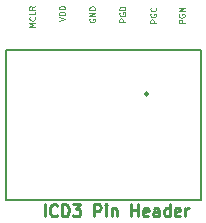
<source format=gto>
%TF.GenerationSoftware,KiCad,Pcbnew,4.0.7*%
%TF.CreationDate,2017-10-04T14:57:39+08:00*%
%TF.ProjectId,RJ12(PCB-maker),524A3132285043422D6D616B6572292E,rev?*%
%TF.FileFunction,Legend,Top*%
%FSLAX46Y46*%
G04 Gerber Fmt 4.6, Leading zero omitted, Abs format (unit mm)*
G04 Created by KiCad (PCBNEW 4.0.7) date 10/04/17 14:57:39*
%MOMM*%
%LPD*%
G01*
G04 APERTURE LIST*
%ADD10C,0.100000*%
%ADD11C,0.125000*%
%ADD12C,0.250000*%
%ADD13C,0.150000*%
G04 APERTURE END LIST*
D10*
D11*
X-18263810Y-11109047D02*
X-18763810Y-11109047D01*
X-18406667Y-10942381D01*
X-18763810Y-10775714D01*
X-18263810Y-10775714D01*
X-18311429Y-10251904D02*
X-18287619Y-10275714D01*
X-18263810Y-10347142D01*
X-18263810Y-10394761D01*
X-18287619Y-10466190D01*
X-18335238Y-10513809D01*
X-18382857Y-10537618D01*
X-18478095Y-10561428D01*
X-18549524Y-10561428D01*
X-18644762Y-10537618D01*
X-18692381Y-10513809D01*
X-18740000Y-10466190D01*
X-18763810Y-10394761D01*
X-18763810Y-10347142D01*
X-18740000Y-10275714D01*
X-18716190Y-10251904D01*
X-18263810Y-9799523D02*
X-18263810Y-10037618D01*
X-18763810Y-10037618D01*
X-18263810Y-9347142D02*
X-18501905Y-9513809D01*
X-18263810Y-9632856D02*
X-18763810Y-9632856D01*
X-18763810Y-9442380D01*
X-18740000Y-9394761D01*
X-18716190Y-9370952D01*
X-18668571Y-9347142D01*
X-18597143Y-9347142D01*
X-18549524Y-9370952D01*
X-18525714Y-9394761D01*
X-18501905Y-9442380D01*
X-18501905Y-9632856D01*
X-16233810Y-10606666D02*
X-15733810Y-10439999D01*
X-16233810Y-10273333D01*
X-15733810Y-10106666D02*
X-16233810Y-10106666D01*
X-16233810Y-9987619D01*
X-16210000Y-9916190D01*
X-16162381Y-9868571D01*
X-16114762Y-9844762D01*
X-16019524Y-9820952D01*
X-15948095Y-9820952D01*
X-15852857Y-9844762D01*
X-15805238Y-9868571D01*
X-15757619Y-9916190D01*
X-15733810Y-9987619D01*
X-15733810Y-10106666D01*
X-15733810Y-9606666D02*
X-16233810Y-9606666D01*
X-16233810Y-9487619D01*
X-16210000Y-9416190D01*
X-16162381Y-9368571D01*
X-16114762Y-9344762D01*
X-16019524Y-9320952D01*
X-15948095Y-9320952D01*
X-15852857Y-9344762D01*
X-15805238Y-9368571D01*
X-15757619Y-9416190D01*
X-15733810Y-9487619D01*
X-15733810Y-9606666D01*
X-13660000Y-10410953D02*
X-13683810Y-10458572D01*
X-13683810Y-10530000D01*
X-13660000Y-10601429D01*
X-13612381Y-10649048D01*
X-13564762Y-10672857D01*
X-13469524Y-10696667D01*
X-13398095Y-10696667D01*
X-13302857Y-10672857D01*
X-13255238Y-10649048D01*
X-13207619Y-10601429D01*
X-13183810Y-10530000D01*
X-13183810Y-10482381D01*
X-13207619Y-10410953D01*
X-13231429Y-10387143D01*
X-13398095Y-10387143D01*
X-13398095Y-10482381D01*
X-13183810Y-10172857D02*
X-13683810Y-10172857D01*
X-13183810Y-9887143D01*
X-13683810Y-9887143D01*
X-13183810Y-9649047D02*
X-13683810Y-9649047D01*
X-13683810Y-9530000D01*
X-13660000Y-9458571D01*
X-13612381Y-9410952D01*
X-13564762Y-9387143D01*
X-13469524Y-9363333D01*
X-13398095Y-9363333D01*
X-13302857Y-9387143D01*
X-13255238Y-9410952D01*
X-13207619Y-9458571D01*
X-13183810Y-9530000D01*
X-13183810Y-9649047D01*
X-10623810Y-10660952D02*
X-11123810Y-10660952D01*
X-11123810Y-10470476D01*
X-11100000Y-10422857D01*
X-11076190Y-10399048D01*
X-11028571Y-10375238D01*
X-10957143Y-10375238D01*
X-10909524Y-10399048D01*
X-10885714Y-10422857D01*
X-10861905Y-10470476D01*
X-10861905Y-10660952D01*
X-11100000Y-9899048D02*
X-11123810Y-9946667D01*
X-11123810Y-10018095D01*
X-11100000Y-10089524D01*
X-11052381Y-10137143D01*
X-11004762Y-10160952D01*
X-10909524Y-10184762D01*
X-10838095Y-10184762D01*
X-10742857Y-10160952D01*
X-10695238Y-10137143D01*
X-10647619Y-10089524D01*
X-10623810Y-10018095D01*
X-10623810Y-9970476D01*
X-10647619Y-9899048D01*
X-10671429Y-9875238D01*
X-10838095Y-9875238D01*
X-10838095Y-9970476D01*
X-10623810Y-9660952D02*
X-11123810Y-9660952D01*
X-11123810Y-9541905D01*
X-11100000Y-9470476D01*
X-11052381Y-9422857D01*
X-11004762Y-9399048D01*
X-10909524Y-9375238D01*
X-10838095Y-9375238D01*
X-10742857Y-9399048D01*
X-10695238Y-9422857D01*
X-10647619Y-9470476D01*
X-10623810Y-9541905D01*
X-10623810Y-9660952D01*
X-8003810Y-10750952D02*
X-8503810Y-10750952D01*
X-8503810Y-10560476D01*
X-8480000Y-10512857D01*
X-8456190Y-10489048D01*
X-8408571Y-10465238D01*
X-8337143Y-10465238D01*
X-8289524Y-10489048D01*
X-8265714Y-10512857D01*
X-8241905Y-10560476D01*
X-8241905Y-10750952D01*
X-8480000Y-9989048D02*
X-8503810Y-10036667D01*
X-8503810Y-10108095D01*
X-8480000Y-10179524D01*
X-8432381Y-10227143D01*
X-8384762Y-10250952D01*
X-8289524Y-10274762D01*
X-8218095Y-10274762D01*
X-8122857Y-10250952D01*
X-8075238Y-10227143D01*
X-8027619Y-10179524D01*
X-8003810Y-10108095D01*
X-8003810Y-10060476D01*
X-8027619Y-9989048D01*
X-8051429Y-9965238D01*
X-8218095Y-9965238D01*
X-8218095Y-10060476D01*
X-8051429Y-9465238D02*
X-8027619Y-9489048D01*
X-8003810Y-9560476D01*
X-8003810Y-9608095D01*
X-8027619Y-9679524D01*
X-8075238Y-9727143D01*
X-8122857Y-9750952D01*
X-8218095Y-9774762D01*
X-8289524Y-9774762D01*
X-8384762Y-9750952D01*
X-8432381Y-9727143D01*
X-8480000Y-9679524D01*
X-8503810Y-9608095D01*
X-8503810Y-9560476D01*
X-8480000Y-9489048D01*
X-8456190Y-9465238D01*
X-5603810Y-10786666D02*
X-6103810Y-10786666D01*
X-6103810Y-10596190D01*
X-6080000Y-10548571D01*
X-6056190Y-10524762D01*
X-6008571Y-10500952D01*
X-5937143Y-10500952D01*
X-5889524Y-10524762D01*
X-5865714Y-10548571D01*
X-5841905Y-10596190D01*
X-5841905Y-10786666D01*
X-6080000Y-10024762D02*
X-6103810Y-10072381D01*
X-6103810Y-10143809D01*
X-6080000Y-10215238D01*
X-6032381Y-10262857D01*
X-5984762Y-10286666D01*
X-5889524Y-10310476D01*
X-5818095Y-10310476D01*
X-5722857Y-10286666D01*
X-5675238Y-10262857D01*
X-5627619Y-10215238D01*
X-5603810Y-10143809D01*
X-5603810Y-10096190D01*
X-5627619Y-10024762D01*
X-5651429Y-10000952D01*
X-5818095Y-10000952D01*
X-5818095Y-10096190D01*
X-5603810Y-9786666D02*
X-6103810Y-9786666D01*
X-5746667Y-9620000D01*
X-6103810Y-9453333D01*
X-5603810Y-9453333D01*
D12*
X-17453810Y-27122381D02*
X-17453810Y-26122381D01*
X-16406191Y-27027143D02*
X-16453810Y-27074762D01*
X-16596667Y-27122381D01*
X-16691905Y-27122381D01*
X-16834763Y-27074762D01*
X-16930001Y-26979524D01*
X-16977620Y-26884286D01*
X-17025239Y-26693810D01*
X-17025239Y-26550952D01*
X-16977620Y-26360476D01*
X-16930001Y-26265238D01*
X-16834763Y-26170000D01*
X-16691905Y-26122381D01*
X-16596667Y-26122381D01*
X-16453810Y-26170000D01*
X-16406191Y-26217619D01*
X-15977620Y-27122381D02*
X-15977620Y-26122381D01*
X-15739525Y-26122381D01*
X-15596667Y-26170000D01*
X-15501429Y-26265238D01*
X-15453810Y-26360476D01*
X-15406191Y-26550952D01*
X-15406191Y-26693810D01*
X-15453810Y-26884286D01*
X-15501429Y-26979524D01*
X-15596667Y-27074762D01*
X-15739525Y-27122381D01*
X-15977620Y-27122381D01*
X-15072858Y-26122381D02*
X-14453810Y-26122381D01*
X-14787144Y-26503333D01*
X-14644286Y-26503333D01*
X-14549048Y-26550952D01*
X-14501429Y-26598571D01*
X-14453810Y-26693810D01*
X-14453810Y-26931905D01*
X-14501429Y-27027143D01*
X-14549048Y-27074762D01*
X-14644286Y-27122381D01*
X-14930001Y-27122381D01*
X-15025239Y-27074762D01*
X-15072858Y-27027143D01*
X-13263334Y-27122381D02*
X-13263334Y-26122381D01*
X-12882381Y-26122381D01*
X-12787143Y-26170000D01*
X-12739524Y-26217619D01*
X-12691905Y-26312857D01*
X-12691905Y-26455714D01*
X-12739524Y-26550952D01*
X-12787143Y-26598571D01*
X-12882381Y-26646190D01*
X-13263334Y-26646190D01*
X-12263334Y-27122381D02*
X-12263334Y-26455714D01*
X-12263334Y-26122381D02*
X-12310953Y-26170000D01*
X-12263334Y-26217619D01*
X-12215715Y-26170000D01*
X-12263334Y-26122381D01*
X-12263334Y-26217619D01*
X-11787144Y-26455714D02*
X-11787144Y-27122381D01*
X-11787144Y-26550952D02*
X-11739525Y-26503333D01*
X-11644287Y-26455714D01*
X-11501429Y-26455714D01*
X-11406191Y-26503333D01*
X-11358572Y-26598571D01*
X-11358572Y-27122381D01*
X-10120477Y-27122381D02*
X-10120477Y-26122381D01*
X-10120477Y-26598571D02*
X-9549048Y-26598571D01*
X-9549048Y-27122381D02*
X-9549048Y-26122381D01*
X-8691905Y-27074762D02*
X-8787143Y-27122381D01*
X-8977620Y-27122381D01*
X-9072858Y-27074762D01*
X-9120477Y-26979524D01*
X-9120477Y-26598571D01*
X-9072858Y-26503333D01*
X-8977620Y-26455714D01*
X-8787143Y-26455714D01*
X-8691905Y-26503333D01*
X-8644286Y-26598571D01*
X-8644286Y-26693810D01*
X-9120477Y-26789048D01*
X-7787143Y-27122381D02*
X-7787143Y-26598571D01*
X-7834762Y-26503333D01*
X-7930000Y-26455714D01*
X-8120477Y-26455714D01*
X-8215715Y-26503333D01*
X-7787143Y-27074762D02*
X-7882381Y-27122381D01*
X-8120477Y-27122381D01*
X-8215715Y-27074762D01*
X-8263334Y-26979524D01*
X-8263334Y-26884286D01*
X-8215715Y-26789048D01*
X-8120477Y-26741429D01*
X-7882381Y-26741429D01*
X-7787143Y-26693810D01*
X-6882381Y-27122381D02*
X-6882381Y-26122381D01*
X-6882381Y-27074762D02*
X-6977619Y-27122381D01*
X-7168096Y-27122381D01*
X-7263334Y-27074762D01*
X-7310953Y-27027143D01*
X-7358572Y-26931905D01*
X-7358572Y-26646190D01*
X-7310953Y-26550952D01*
X-7263334Y-26503333D01*
X-7168096Y-26455714D01*
X-6977619Y-26455714D01*
X-6882381Y-26503333D01*
X-6025238Y-27074762D02*
X-6120476Y-27122381D01*
X-6310953Y-27122381D01*
X-6406191Y-27074762D01*
X-6453810Y-26979524D01*
X-6453810Y-26598571D01*
X-6406191Y-26503333D01*
X-6310953Y-26455714D01*
X-6120476Y-26455714D01*
X-6025238Y-26503333D01*
X-5977619Y-26598571D01*
X-5977619Y-26693810D01*
X-6453810Y-26789048D01*
X-5549048Y-27122381D02*
X-5549048Y-26455714D01*
X-5549048Y-26646190D02*
X-5501429Y-26550952D01*
X-5453810Y-26503333D01*
X-5358572Y-26455714D01*
X-5263333Y-26455714D01*
D13*
X-20747400Y-13039120D02*
X-20747400Y-25739120D01*
X-20747400Y-25739120D02*
X-4237400Y-25739120D01*
X-4237400Y-25739120D02*
X-4237400Y-13039120D01*
X-4237400Y-13039120D02*
X-20747400Y-13039120D01*
X-8697322Y-16784120D02*
G75*
G03X-8697322Y-16784120I-160078J0D01*
G01*
M02*

</source>
